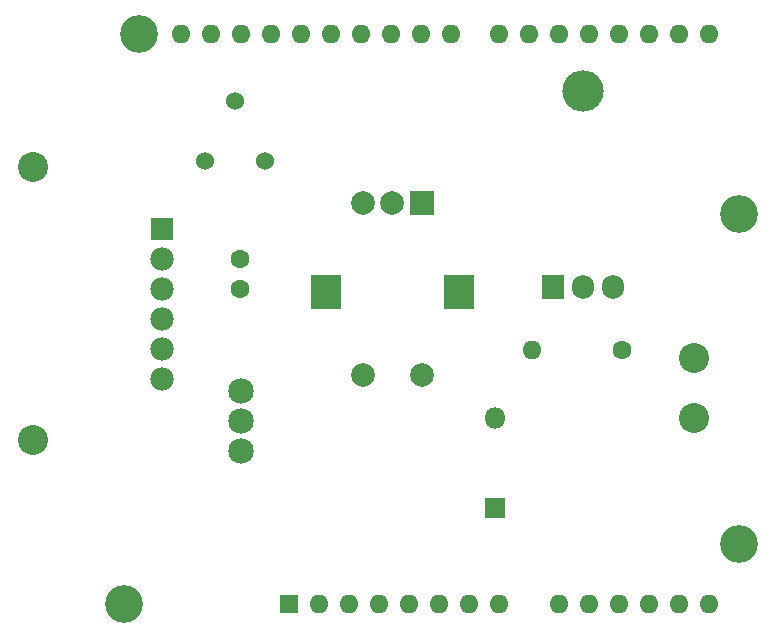
<source format=gbr>
%TF.GenerationSoftware,KiCad,Pcbnew,6.0.1-79c1e3a40b~116~ubuntu20.04.1*%
%TF.CreationDate,2022-01-29T19:32:23-05:00*%
%TF.ProjectId,Protogasm-Board-V2,50726f74-6f67-4617-936d-2d426f617264,rev?*%
%TF.SameCoordinates,Original*%
%TF.FileFunction,Soldermask,Top*%
%TF.FilePolarity,Negative*%
%FSLAX46Y46*%
G04 Gerber Fmt 4.6, Leading zero omitted, Abs format (unit mm)*
G04 Created by KiCad (PCBNEW 6.0.1-79c1e3a40b~116~ubuntu20.04.1) date 2022-01-29 19:32:23*
%MOMM*%
%LPD*%
G01*
G04 APERTURE LIST*
%ADD10C,1.600000*%
%ADD11O,1.600000X1.600000*%
%ADD12R,2.000000X2.000000*%
%ADD13C,2.000000*%
%ADD14R,2.500000X3.000000*%
%ADD15O,3.500000X3.500000*%
%ADD16R,1.905000X2.000000*%
%ADD17O,1.905000X2.000000*%
%ADD18C,2.159000*%
%ADD19R,1.800000X1.800000*%
%ADD20O,1.800000X1.800000*%
%ADD21C,1.524000*%
%ADD22C,2.540000*%
%ADD23C,3.200000*%
%ADD24R,1.600000X1.600000*%
%ADD25R,1.981200X1.981200*%
%ADD26C,1.981200*%
G04 APERTURE END LIST*
D10*
%TO.C,R1*%
X165358000Y-100457000D03*
D11*
X157738000Y-100457000D03*
%TD*%
D12*
%TO.C,SW1*%
X148416200Y-88011000D03*
D13*
X143416200Y-88011000D03*
X145916200Y-88011000D03*
D14*
X140316200Y-95511000D03*
X151516200Y-95511000D03*
D13*
X148416200Y-102511000D03*
X143416200Y-102511000D03*
%TD*%
D10*
%TO.C,C1*%
X132973000Y-95224600D03*
X132973000Y-92724600D03*
%TD*%
D15*
%TO.C,Q1*%
X162026600Y-78463000D03*
D16*
X159486600Y-95123000D03*
D17*
X162026600Y-95123000D03*
X164566600Y-95123000D03*
%TD*%
D18*
%TO.C,J1*%
X133096000Y-103886000D03*
X133096000Y-106426000D03*
X133096000Y-108966000D03*
%TD*%
D19*
%TO.C,D1*%
X154563000Y-113817400D03*
D20*
X154563000Y-106197400D03*
%TD*%
D21*
%TO.C,R2*%
X130052000Y-84455000D03*
X132592000Y-79375000D03*
X135132000Y-84455000D03*
%TD*%
D22*
%TO.C,M1*%
X171454000Y-101092000D03*
X171454000Y-106172000D03*
%TD*%
D23*
%TO.C,U1*%
X123190000Y-121920000D03*
X175260000Y-116840000D03*
X124460000Y-73660000D03*
X175260000Y-88900000D03*
D24*
X137160000Y-121920000D03*
D11*
X139700000Y-121920000D03*
X142240000Y-121920000D03*
X144780000Y-121920000D03*
X147320000Y-121920000D03*
X149860000Y-121920000D03*
X152400000Y-121920000D03*
X154940000Y-121920000D03*
X160020000Y-121920000D03*
X162560000Y-121920000D03*
X165100000Y-121920000D03*
X167640000Y-121920000D03*
X170180000Y-121920000D03*
X172720000Y-121920000D03*
X172720000Y-73660000D03*
X170180000Y-73660000D03*
X167640000Y-73660000D03*
X165100000Y-73660000D03*
X162560000Y-73660000D03*
X160020000Y-73660000D03*
X157480000Y-73660000D03*
X154940000Y-73660000D03*
X150880000Y-73660000D03*
X148340000Y-73660000D03*
X145800000Y-73660000D03*
X143260000Y-73660000D03*
X140720000Y-73660000D03*
X138180000Y-73660000D03*
X135640000Y-73660000D03*
X133100000Y-73660000D03*
X130560000Y-73660000D03*
X128020000Y-73660000D03*
%TD*%
D22*
%TO.C,U2*%
X115523200Y-108051600D03*
X115523200Y-84963000D03*
D25*
X126369000Y-90220800D03*
D26*
X126369000Y-92760800D03*
X126369000Y-95300800D03*
X126369000Y-97840800D03*
X126369000Y-100380800D03*
X126369000Y-102920800D03*
%TD*%
M02*

</source>
